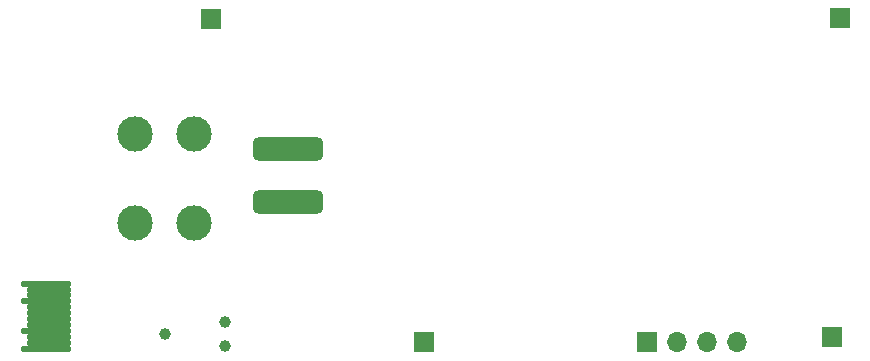
<source format=gbr>
%TF.GenerationSoftware,KiCad,Pcbnew,(6.0.10)*%
%TF.CreationDate,2023-04-20T12:34:08-06:00*%
%TF.ProjectId,SolarGPS,536f6c61-7247-4505-932e-6b696361645f,rev?*%
%TF.SameCoordinates,Original*%
%TF.FileFunction,Soldermask,Bot*%
%TF.FilePolarity,Negative*%
%FSLAX46Y46*%
G04 Gerber Fmt 4.6, Leading zero omitted, Abs format (unit mm)*
G04 Created by KiCad (PCBNEW (6.0.10)) date 2023-04-20 12:34:08*
%MOMM*%
%LPD*%
G01*
G04 APERTURE LIST*
G04 Aperture macros list*
%AMRoundRect*
0 Rectangle with rounded corners*
0 $1 Rounding radius*
0 $2 $3 $4 $5 $6 $7 $8 $9 X,Y pos of 4 corners*
0 Add a 4 corners polygon primitive as box body*
4,1,4,$2,$3,$4,$5,$6,$7,$8,$9,$2,$3,0*
0 Add four circle primitives for the rounded corners*
1,1,$1+$1,$2,$3*
1,1,$1+$1,$4,$5*
1,1,$1+$1,$6,$7*
1,1,$1+$1,$8,$9*
0 Add four rect primitives between the rounded corners*
20,1,$1+$1,$2,$3,$4,$5,0*
20,1,$1+$1,$4,$5,$6,$7,0*
20,1,$1+$1,$6,$7,$8,$9,0*
20,1,$1+$1,$8,$9,$2,$3,0*%
G04 Aperture macros list end*
%ADD10C,3.000000*%
%ADD11C,0.990600*%
%ADD12RoundRect,0.101600X2.000000X0.125000X-2.000000X0.125000X-2.000000X-0.125000X2.000000X-0.125000X0*%
%ADD13RoundRect,0.101600X1.750000X0.125000X-1.750000X0.125000X-1.750000X-0.125000X1.750000X-0.125000X0*%
%ADD14R,1.700000X1.700000*%
%ADD15RoundRect,0.500000X-2.500000X-0.500000X2.500000X-0.500000X2.500000X0.500000X-2.500000X0.500000X0*%
%ADD16O,1.700000X1.700000*%
G04 APERTURE END LIST*
D10*
%TO.C,J7*%
X58000000Y-61250000D03*
X53000000Y-61250000D03*
X53000000Y-68750000D03*
X58000000Y-68750000D03*
%TD*%
D11*
%TO.C,J6*%
X55560000Y-78200000D03*
X60640000Y-77184000D03*
X60640000Y-79216000D03*
%TD*%
D12*
%TO.C,J9*%
X45450000Y-79405000D03*
D13*
X45700000Y-78905000D03*
X45700000Y-78405000D03*
D12*
X45450000Y-77905000D03*
D13*
X45700000Y-77405000D03*
X45700000Y-76905000D03*
X45700000Y-76405000D03*
X45700000Y-75905000D03*
D12*
X45450000Y-75405000D03*
D13*
X45700000Y-74905000D03*
X45700000Y-74405000D03*
D12*
X45450000Y-73905000D03*
%TD*%
D14*
%TO.C,J3*%
X59425000Y-51500000D03*
%TD*%
%TO.C,J4*%
X112025000Y-78450000D03*
%TD*%
%TO.C,J5*%
X112675000Y-51425000D03*
%TD*%
%TO.C,J2*%
X77450000Y-78850000D03*
%TD*%
D15*
%TO.C,C4*%
X66000000Y-62500000D03*
X66000000Y-67000000D03*
%TD*%
D14*
%TO.C,J8*%
X96350000Y-78875000D03*
D16*
X98890000Y-78875000D03*
X101430000Y-78875000D03*
X103970000Y-78875000D03*
%TD*%
M02*

</source>
